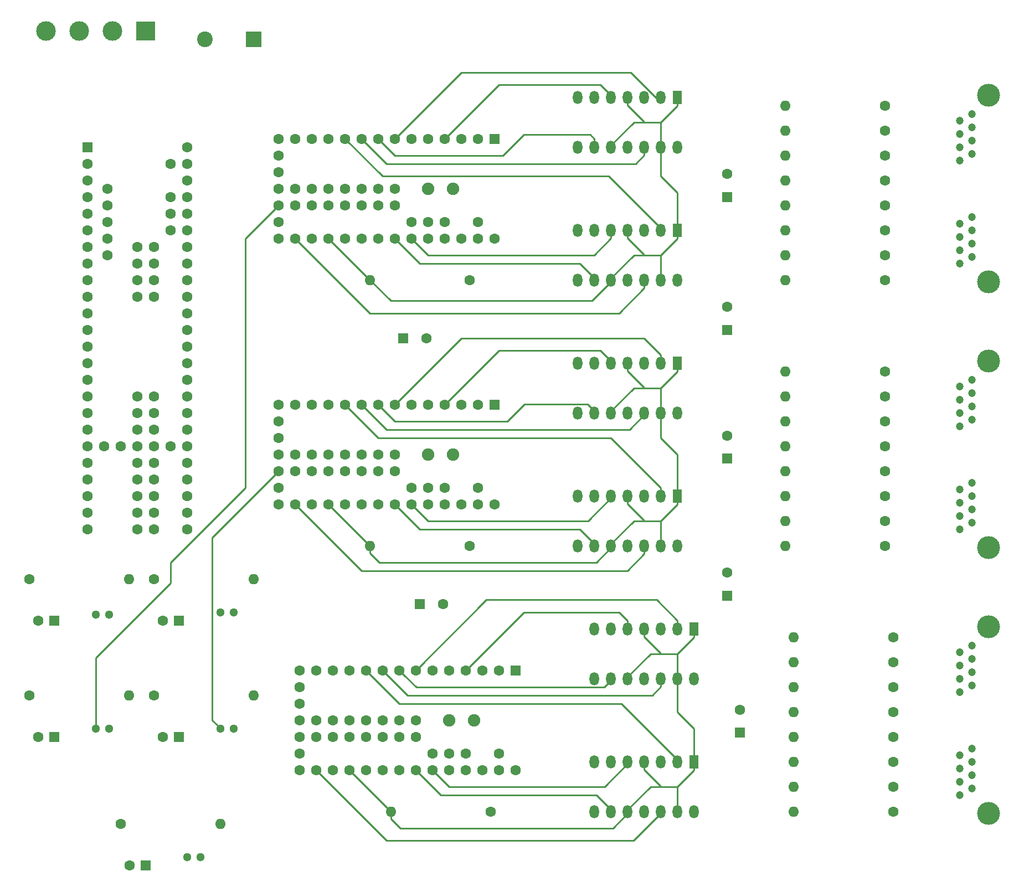
<source format=gbr>
G04 #@! TF.GenerationSoftware,KiCad,Pcbnew,5.1.3-ffb9f22~84~ubuntu18.04.1*
G04 #@! TF.CreationDate,2019-08-01T16:23:33-04:00*
G04 #@! TF.ProjectId,firstPCB,66697273-7450-4434-922e-6b696361645f,rev?*
G04 #@! TF.SameCoordinates,Original*
G04 #@! TF.FileFunction,Copper,L4,Bot*
G04 #@! TF.FilePolarity,Positive*
%FSLAX46Y46*%
G04 Gerber Fmt 4.6, Leading zero omitted, Abs format (unit mm)*
G04 Created by KiCad (PCBNEW 5.1.3-ffb9f22~84~ubuntu18.04.1) date 2019-08-01 16:23:33*
%MOMM*%
%LPD*%
G04 APERTURE LIST*
%ADD10C,1.300000*%
%ADD11C,3.500000*%
%ADD12C,1.200000*%
%ADD13O,1.440000X2.000000*%
%ADD14R,1.440000X2.000000*%
%ADD15C,2.400000*%
%ADD16R,2.400000X2.400000*%
%ADD17C,1.600000*%
%ADD18R,1.600000X1.600000*%
%ADD19C,3.000000*%
%ADD20R,3.000000X3.000000*%
%ADD21O,1.600000X1.600000*%
%ADD22C,1.900000*%
%ADD23C,0.250000*%
G04 APERTURE END LIST*
D10*
X101060000Y-169298401D03*
X99060000Y-169298401D03*
D11*
X235460000Y-171100000D03*
X235460000Y-199640000D03*
D12*
X231140000Y-181100000D03*
X231140000Y-175010000D03*
X232920000Y-176020000D03*
X232920000Y-178050000D03*
X232920000Y-173990000D03*
X232920000Y-180080000D03*
X231140000Y-179070000D03*
X231140000Y-177040000D03*
X232920000Y-195830000D03*
X232920000Y-189740000D03*
X232920000Y-193800000D03*
X232920000Y-191770000D03*
X231140000Y-190760000D03*
X231140000Y-192790000D03*
X231140000Y-194820000D03*
X231140000Y-196850000D03*
D11*
X235460000Y-130460000D03*
X235460000Y-159000000D03*
D12*
X231140000Y-140460000D03*
X231140000Y-134370000D03*
X232920000Y-135380000D03*
X232920000Y-137410000D03*
X232920000Y-133350000D03*
X232920000Y-139440000D03*
X231140000Y-138430000D03*
X231140000Y-136400000D03*
X232920000Y-155190000D03*
X232920000Y-149100000D03*
X232920000Y-153160000D03*
X232920000Y-151130000D03*
X231140000Y-150120000D03*
X231140000Y-152150000D03*
X231140000Y-154180000D03*
X231140000Y-156210000D03*
D11*
X235460000Y-89820000D03*
X235460000Y-118360000D03*
D12*
X231140000Y-99820000D03*
X231140000Y-93730000D03*
X232920000Y-94740000D03*
X232920000Y-96770000D03*
X232920000Y-92710000D03*
X232920000Y-98800000D03*
X231140000Y-97790000D03*
X231140000Y-95760000D03*
X232920000Y-114550000D03*
X232920000Y-108460000D03*
X232920000Y-112520000D03*
X232920000Y-110490000D03*
X231140000Y-109480000D03*
X231140000Y-111510000D03*
X231140000Y-113540000D03*
X231140000Y-115570000D03*
D13*
X172720000Y-118110000D03*
X172720000Y-110490000D03*
X175260000Y-118110000D03*
X175260000Y-110490000D03*
X177800000Y-118110000D03*
X177800000Y-110490000D03*
X180340000Y-118110000D03*
X180340000Y-110490000D03*
X182880000Y-118110000D03*
X182880000Y-110490000D03*
X185420000Y-118110000D03*
X185420000Y-110490000D03*
X187960000Y-118110000D03*
D14*
X187960000Y-110490000D03*
D15*
X115690000Y-81280000D03*
D16*
X123190000Y-81280000D03*
D17*
X90210000Y-170180000D03*
D18*
X92710000Y-170180000D03*
D17*
X152090000Y-167640000D03*
D18*
X148590000Y-167640000D03*
D17*
X149550000Y-127000000D03*
D18*
X146050000Y-127000000D03*
D17*
X195580000Y-101910000D03*
D18*
X195580000Y-105410000D03*
D17*
X195580000Y-162870000D03*
D18*
X195580000Y-166370000D03*
D17*
X195580000Y-122230000D03*
D18*
X195580000Y-125730000D03*
D17*
X197485000Y-183825000D03*
D18*
X197485000Y-187325000D03*
D17*
X195580000Y-141915000D03*
D18*
X195580000Y-145415000D03*
D17*
X109260000Y-170180000D03*
D18*
X111760000Y-170180000D03*
D17*
X90210000Y-187960000D03*
D18*
X92710000Y-187960000D03*
D17*
X109260000Y-187960000D03*
D18*
X111760000Y-187960000D03*
D17*
X104180000Y-207645000D03*
D18*
X106680000Y-207645000D03*
D19*
X91440000Y-80010000D03*
D20*
X106680000Y-80010000D03*
D19*
X96520000Y-80010000D03*
X101600000Y-80010000D03*
D10*
X120110000Y-168910000D03*
X118110000Y-168910000D03*
X101060000Y-186690000D03*
X99060000Y-186690000D03*
X120110000Y-186690000D03*
X118110000Y-186690000D03*
X115030000Y-206375000D03*
X113030000Y-206375000D03*
D21*
X204470000Y-91440000D03*
D17*
X219710000Y-91440000D03*
D21*
X204470000Y-95250000D03*
D17*
X219710000Y-95250000D03*
D21*
X204470000Y-99060000D03*
D17*
X219710000Y-99060000D03*
D21*
X204470000Y-102870000D03*
D17*
X219710000Y-102870000D03*
D21*
X204470000Y-106680000D03*
D17*
X219710000Y-106680000D03*
D21*
X204470000Y-110490000D03*
D17*
X219710000Y-110490000D03*
D21*
X204470000Y-114300000D03*
D17*
X219710000Y-114300000D03*
D21*
X204470000Y-118110000D03*
D17*
X219710000Y-118110000D03*
D21*
X204470000Y-132080000D03*
D17*
X219710000Y-132080000D03*
D21*
X204470000Y-135890000D03*
D17*
X219710000Y-135890000D03*
D21*
X204470000Y-139700000D03*
D17*
X219710000Y-139700000D03*
D21*
X204470000Y-143510000D03*
D17*
X219710000Y-143510000D03*
D21*
X204470000Y-147320000D03*
D17*
X219710000Y-147320000D03*
D21*
X204470000Y-151130000D03*
D17*
X219710000Y-151130000D03*
D21*
X204470000Y-154940000D03*
D17*
X219710000Y-154940000D03*
D21*
X204470000Y-158750000D03*
D17*
X219710000Y-158750000D03*
D21*
X205740000Y-172720000D03*
D17*
X220980000Y-172720000D03*
D21*
X205740000Y-176530000D03*
D17*
X220980000Y-176530000D03*
D21*
X205740000Y-180340000D03*
D17*
X220980000Y-180340000D03*
D21*
X205740000Y-184150000D03*
D17*
X220980000Y-184150000D03*
D21*
X205740000Y-187960000D03*
D17*
X220980000Y-187960000D03*
D21*
X205740000Y-191770000D03*
D17*
X220980000Y-191770000D03*
D21*
X205740000Y-195580000D03*
D17*
X220980000Y-195580000D03*
D21*
X205740000Y-199390000D03*
D17*
X220980000Y-199390000D03*
D21*
X144145000Y-199390000D03*
D17*
X159385000Y-199390000D03*
D21*
X140970000Y-158750000D03*
D17*
X156210000Y-158750000D03*
D21*
X140970000Y-118110000D03*
D17*
X156210000Y-118110000D03*
D21*
X104140000Y-163830000D03*
D17*
X88900000Y-163830000D03*
D21*
X123190000Y-163830000D03*
D17*
X107950000Y-163830000D03*
D21*
X104140000Y-181610000D03*
D17*
X88900000Y-181610000D03*
D21*
X123190000Y-181610000D03*
D17*
X107950000Y-181610000D03*
D21*
X118110000Y-201295000D03*
D17*
X102870000Y-201295000D03*
X97790000Y-138430000D03*
X97790000Y-140970000D03*
X97790000Y-143510000D03*
X97790000Y-146050000D03*
X97790000Y-135890000D03*
X97790000Y-133350000D03*
X97790000Y-130810000D03*
X97790000Y-148590000D03*
X97790000Y-151130000D03*
X97790000Y-153670000D03*
X97790000Y-156210000D03*
X100330000Y-143510000D03*
X102870000Y-143510000D03*
X105410000Y-143510000D03*
X107950000Y-143510000D03*
X110490000Y-143510000D03*
X113030000Y-156210000D03*
X113030000Y-153670000D03*
X113030000Y-151130000D03*
X113030000Y-148590000D03*
X113030000Y-146050000D03*
X113030000Y-143510000D03*
X113030000Y-140970000D03*
X113030000Y-138430000D03*
X97790000Y-128270000D03*
X97790000Y-125730000D03*
X97790000Y-123190000D03*
X97790000Y-120650000D03*
X97790000Y-118110000D03*
X97790000Y-115570000D03*
X97790000Y-113030000D03*
X97790000Y-110490000D03*
X97790000Y-107950000D03*
X97790000Y-105410000D03*
X97790000Y-102870000D03*
X97790000Y-100330000D03*
D18*
X97790000Y-97790000D03*
D17*
X113030000Y-135890000D03*
X113030000Y-133350000D03*
X113030000Y-130810000D03*
X113030000Y-128270000D03*
X113030000Y-125730000D03*
X113030000Y-123190000D03*
X113030000Y-120650000D03*
X113030000Y-118110000D03*
X113030000Y-115570000D03*
X113030000Y-113030000D03*
X113030000Y-110490000D03*
X113030000Y-107950000D03*
X113030000Y-105410000D03*
X113030000Y-102870000D03*
X113030000Y-100330000D03*
X113030000Y-97790000D03*
X110490000Y-100330000D03*
X110490000Y-105410000D03*
X110490000Y-107950000D03*
X110490000Y-110490000D03*
X105410000Y-113030000D03*
X105410000Y-115570000D03*
X105410000Y-118110000D03*
X105410000Y-120650000D03*
X105410000Y-135890000D03*
X105410000Y-138430000D03*
X105410000Y-140970000D03*
X105410000Y-146050000D03*
X105410000Y-148590000D03*
X105410000Y-151130000D03*
X105410000Y-153670000D03*
X105410000Y-156210000D03*
X107950000Y-156210000D03*
X107950000Y-153670000D03*
X107950000Y-151130000D03*
X107950000Y-148590000D03*
X107950000Y-146050000D03*
X107950000Y-140970000D03*
X107950000Y-138430000D03*
X107950000Y-135890000D03*
X107950000Y-120650000D03*
X107950000Y-118110000D03*
X107950000Y-115570000D03*
X107950000Y-113030000D03*
X100790000Y-104140000D03*
X100790000Y-106680000D03*
X100790000Y-109220000D03*
X100790000Y-111760000D03*
X100790000Y-114300000D03*
X127000000Y-104140000D03*
X127000000Y-106680000D03*
X127000000Y-109220000D03*
X127000000Y-111760000D03*
X127000000Y-101600000D03*
X127000000Y-99060000D03*
X127000000Y-96520000D03*
X129540000Y-111760000D03*
X132080000Y-111760000D03*
X134620000Y-111760000D03*
X137160000Y-111760000D03*
X139700000Y-111760000D03*
X142240000Y-111760000D03*
X144780000Y-111760000D03*
X147320000Y-111760000D03*
X149860000Y-111760000D03*
X152400000Y-111760000D03*
X154940000Y-111760000D03*
X157480000Y-111760000D03*
X160020000Y-111760000D03*
X157480000Y-109220000D03*
X152400000Y-109220000D03*
X149860000Y-109220000D03*
X147320000Y-109220000D03*
X129540000Y-96520000D03*
X132080000Y-96520000D03*
X134620000Y-96520000D03*
X137160000Y-96520000D03*
X139700000Y-96520000D03*
X142240000Y-96520000D03*
X144780000Y-96520000D03*
X147320000Y-96520000D03*
X149860000Y-96520000D03*
X152400000Y-96520000D03*
X154940000Y-96520000D03*
X157480000Y-96520000D03*
D18*
X160020000Y-96520000D03*
D17*
X144780000Y-104140000D03*
X142240000Y-104140000D03*
X139700000Y-104140000D03*
X137160000Y-104140000D03*
X134620000Y-104140000D03*
X132080000Y-104140000D03*
X129540000Y-104140000D03*
X129540000Y-106680000D03*
X132080000Y-106680000D03*
X134620000Y-106680000D03*
X137160000Y-106680000D03*
X139700000Y-106680000D03*
X142240000Y-106680000D03*
X144780000Y-106680000D03*
D22*
X149860000Y-104140000D03*
X153670000Y-104140000D03*
D17*
X127000000Y-144780000D03*
X127000000Y-147320000D03*
X127000000Y-149860000D03*
X127000000Y-152400000D03*
X127000000Y-142240000D03*
X127000000Y-139700000D03*
X127000000Y-137160000D03*
X129540000Y-152400000D03*
X132080000Y-152400000D03*
X134620000Y-152400000D03*
X137160000Y-152400000D03*
X139700000Y-152400000D03*
X142240000Y-152400000D03*
X144780000Y-152400000D03*
X147320000Y-152400000D03*
X149860000Y-152400000D03*
X152400000Y-152400000D03*
X154940000Y-152400000D03*
X157480000Y-152400000D03*
X160020000Y-152400000D03*
X157480000Y-149860000D03*
X152400000Y-149860000D03*
X149860000Y-149860000D03*
X147320000Y-149860000D03*
X129540000Y-137160000D03*
X132080000Y-137160000D03*
X134620000Y-137160000D03*
X137160000Y-137160000D03*
X139700000Y-137160000D03*
X142240000Y-137160000D03*
X144780000Y-137160000D03*
X147320000Y-137160000D03*
X149860000Y-137160000D03*
X152400000Y-137160000D03*
X154940000Y-137160000D03*
X157480000Y-137160000D03*
D18*
X160020000Y-137160000D03*
D17*
X144780000Y-144780000D03*
X142240000Y-144780000D03*
X139700000Y-144780000D03*
X137160000Y-144780000D03*
X134620000Y-144780000D03*
X132080000Y-144780000D03*
X129540000Y-144780000D03*
X129540000Y-147320000D03*
X132080000Y-147320000D03*
X134620000Y-147320000D03*
X137160000Y-147320000D03*
X139700000Y-147320000D03*
X142240000Y-147320000D03*
X144780000Y-147320000D03*
D22*
X149860000Y-144780000D03*
X153670000Y-144780000D03*
D17*
X130175000Y-185420000D03*
X130175000Y-187960000D03*
X130175000Y-190500000D03*
X130175000Y-193040000D03*
X130175000Y-182880000D03*
X130175000Y-180340000D03*
X130175000Y-177800000D03*
X132715000Y-193040000D03*
X135255000Y-193040000D03*
X137795000Y-193040000D03*
X140335000Y-193040000D03*
X142875000Y-193040000D03*
X145415000Y-193040000D03*
X147955000Y-193040000D03*
X150495000Y-193040000D03*
X153035000Y-193040000D03*
X155575000Y-193040000D03*
X158115000Y-193040000D03*
X160655000Y-193040000D03*
X163195000Y-193040000D03*
X160655000Y-190500000D03*
X155575000Y-190500000D03*
X153035000Y-190500000D03*
X150495000Y-190500000D03*
X132715000Y-177800000D03*
X135255000Y-177800000D03*
X137795000Y-177800000D03*
X140335000Y-177800000D03*
X142875000Y-177800000D03*
X145415000Y-177800000D03*
X147955000Y-177800000D03*
X150495000Y-177800000D03*
X153035000Y-177800000D03*
X155575000Y-177800000D03*
X158115000Y-177800000D03*
X160655000Y-177800000D03*
D18*
X163195000Y-177800000D03*
D17*
X147955000Y-185420000D03*
X145415000Y-185420000D03*
X142875000Y-185420000D03*
X140335000Y-185420000D03*
X137795000Y-185420000D03*
X135255000Y-185420000D03*
X132715000Y-185420000D03*
X132715000Y-187960000D03*
X135255000Y-187960000D03*
X137795000Y-187960000D03*
X140335000Y-187960000D03*
X142875000Y-187960000D03*
X145415000Y-187960000D03*
X147955000Y-187960000D03*
D22*
X153035000Y-185420000D03*
X156845000Y-185420000D03*
D13*
X172720000Y-97790000D03*
X172720000Y-90170000D03*
X175260000Y-97790000D03*
X175260000Y-90170000D03*
X177800000Y-97790000D03*
X177800000Y-90170000D03*
X180340000Y-97790000D03*
X180340000Y-90170000D03*
X182880000Y-97790000D03*
X182880000Y-90170000D03*
X185420000Y-97790000D03*
X185420000Y-90170000D03*
X187960000Y-97790000D03*
D14*
X187960000Y-90170000D03*
D13*
X172720000Y-138430000D03*
X172720000Y-130810000D03*
X175260000Y-138430000D03*
X175260000Y-130810000D03*
X177800000Y-138430000D03*
X177800000Y-130810000D03*
X180340000Y-138430000D03*
X180340000Y-130810000D03*
X182880000Y-138430000D03*
X182880000Y-130810000D03*
X185420000Y-138430000D03*
X185420000Y-130810000D03*
X187960000Y-138430000D03*
D14*
X187960000Y-130810000D03*
D13*
X172720000Y-158750000D03*
X172720000Y-151130000D03*
X175260000Y-158750000D03*
X175260000Y-151130000D03*
X177800000Y-158750000D03*
X177800000Y-151130000D03*
X180340000Y-158750000D03*
X180340000Y-151130000D03*
X182880000Y-158750000D03*
X182880000Y-151130000D03*
X185420000Y-158750000D03*
X185420000Y-151130000D03*
X187960000Y-158750000D03*
D14*
X187960000Y-151130000D03*
D13*
X175260000Y-179070000D03*
X175260000Y-171450000D03*
X177800000Y-179070000D03*
X177800000Y-171450000D03*
X180340000Y-179070000D03*
X180340000Y-171450000D03*
X182880000Y-179070000D03*
X182880000Y-171450000D03*
X185420000Y-179070000D03*
X185420000Y-171450000D03*
X187960000Y-179070000D03*
X187960000Y-171450000D03*
X190500000Y-179070000D03*
D14*
X190500000Y-171450000D03*
D13*
X175260000Y-199390000D03*
X175260000Y-191770000D03*
X177800000Y-199390000D03*
X177800000Y-191770000D03*
X180340000Y-199390000D03*
X180340000Y-191770000D03*
X182880000Y-199390000D03*
X182880000Y-191770000D03*
X185420000Y-199390000D03*
X185420000Y-191770000D03*
X187960000Y-199390000D03*
X187960000Y-191770000D03*
X190500000Y-199390000D03*
D14*
X190500000Y-191770000D03*
D23*
X187960000Y-195580000D02*
X183870000Y-195580000D01*
X182880000Y-193020000D02*
X185420000Y-195560000D01*
X187960000Y-195580000D02*
X187960000Y-199390000D01*
X190500000Y-191770000D02*
X190500000Y-193040000D01*
X182880000Y-191770000D02*
X182880000Y-193020000D01*
X183870000Y-195580000D02*
X180340000Y-199110000D01*
X190500000Y-193040000D02*
X187960000Y-195580000D01*
X180340000Y-199110000D02*
X180340000Y-199390000D01*
X187960000Y-175260000D02*
X183870000Y-175260000D01*
X182880000Y-172700000D02*
X185420000Y-175240000D01*
X187960000Y-175260000D02*
X187960000Y-179070000D01*
X190500000Y-171450000D02*
X190500000Y-172720000D01*
X182880000Y-171450000D02*
X182880000Y-172700000D01*
X183870000Y-175260000D02*
X180340000Y-178790000D01*
X190500000Y-172720000D02*
X187960000Y-175260000D01*
X180340000Y-178790000D02*
X180340000Y-179070000D01*
X185420000Y-154940000D02*
X181330000Y-154940000D01*
X180340000Y-152380000D02*
X182880000Y-154920000D01*
X185420000Y-154940000D02*
X185420000Y-158750000D01*
X187960000Y-151130000D02*
X187960000Y-152400000D01*
X180340000Y-151130000D02*
X180340000Y-152380000D01*
X181330000Y-154940000D02*
X177800000Y-158470000D01*
X187960000Y-152400000D02*
X185420000Y-154940000D01*
X177800000Y-158470000D02*
X177800000Y-158750000D01*
X185420000Y-134620000D02*
X181330000Y-134620000D01*
X180340000Y-132060000D02*
X182880000Y-134600000D01*
X185420000Y-134620000D02*
X185420000Y-138430000D01*
X187960000Y-130810000D02*
X187960000Y-132080000D01*
X180340000Y-130810000D02*
X180340000Y-132060000D01*
X181330000Y-134620000D02*
X177800000Y-138150000D01*
X187960000Y-132080000D02*
X185420000Y-134620000D01*
X177800000Y-138150000D02*
X177800000Y-138430000D01*
X185420000Y-114300000D02*
X181330000Y-114300000D01*
X180340000Y-111740000D02*
X182880000Y-114280000D01*
X185420000Y-114300000D02*
X185420000Y-118110000D01*
X187960000Y-110490000D02*
X187960000Y-111760000D01*
X180340000Y-110490000D02*
X180340000Y-111740000D01*
X181330000Y-114300000D02*
X177800000Y-117830000D01*
X187960000Y-111760000D02*
X185420000Y-114300000D01*
X177800000Y-117830000D02*
X177800000Y-118110000D01*
X187960000Y-179070000D02*
X187960000Y-184150000D01*
X190500000Y-186690000D02*
X190500000Y-191770000D01*
X187960000Y-184150000D02*
X190500000Y-186690000D01*
X137795000Y-193040000D02*
X144145000Y-199390000D01*
X144145000Y-200521370D02*
X145553630Y-201930000D01*
X144145000Y-199390000D02*
X144145000Y-200521370D01*
X178080000Y-201930000D02*
X180340000Y-199670000D01*
X180340000Y-199670000D02*
X180340000Y-199390000D01*
X145553630Y-201930000D02*
X178080000Y-201930000D01*
X185420000Y-138430000D02*
X185420000Y-142240000D01*
X187960000Y-144780000D02*
X187960000Y-151130000D01*
X185420000Y-142240000D02*
X187960000Y-144780000D01*
X134620000Y-152400000D02*
X140970000Y-158750000D01*
X140970000Y-159881370D02*
X142378630Y-161290000D01*
X140970000Y-158750000D02*
X140970000Y-159881370D01*
X177800000Y-159030000D02*
X177800000Y-158750000D01*
X175540000Y-161290000D02*
X177800000Y-159030000D01*
X142378630Y-161290000D02*
X175540000Y-161290000D01*
X187960000Y-90170000D02*
X187960000Y-91440000D01*
X185420000Y-93980000D02*
X185420000Y-97790000D01*
X187960000Y-91440000D02*
X185420000Y-93980000D01*
X177800000Y-97510000D02*
X177800000Y-97790000D01*
X181330000Y-93980000D02*
X177800000Y-97510000D01*
X185420000Y-93980000D02*
X181330000Y-93980000D01*
X180340000Y-91420000D02*
X182880000Y-93960000D01*
X180340000Y-90170000D02*
X180340000Y-91420000D01*
X185420000Y-97790000D02*
X185420000Y-102235000D01*
X187960000Y-104775000D02*
X187960000Y-110490000D01*
X185420000Y-102235000D02*
X187960000Y-104775000D01*
X134620000Y-111760000D02*
X140970000Y-118110000D01*
X177800000Y-118390000D02*
X177800000Y-118110000D01*
X174905000Y-121285000D02*
X177800000Y-118390000D01*
X144145000Y-121285000D02*
X174905000Y-121285000D01*
X140970000Y-118110000D02*
X144145000Y-121285000D01*
X184637867Y-90170000D02*
X180827867Y-86360000D01*
X185420000Y-90170000D02*
X184637867Y-90170000D01*
X154940000Y-86360000D02*
X144780000Y-96520000D01*
X180827867Y-86360000D02*
X154940000Y-86360000D01*
X182880000Y-119360000D02*
X179050000Y-123190000D01*
X182880000Y-118110000D02*
X182880000Y-119360000D01*
X140970000Y-123190000D02*
X129540000Y-111760000D01*
X179050000Y-123190000D02*
X140970000Y-123190000D01*
X185420000Y-110210000D02*
X185420000Y-110490000D01*
X142875000Y-102235000D02*
X177445000Y-102235000D01*
X177445000Y-102235000D02*
X185420000Y-110210000D01*
X137160000Y-96520000D02*
X142875000Y-102235000D01*
X142240000Y-96520000D02*
X144780000Y-99060000D01*
X175260000Y-96540000D02*
X174605000Y-95885000D01*
X175260000Y-97790000D02*
X175260000Y-96540000D01*
X174605000Y-95885000D02*
X164465000Y-95885000D01*
X164465000Y-95885000D02*
X161290000Y-99060000D01*
X144780000Y-99060000D02*
X161290000Y-99060000D01*
X182880000Y-99040000D02*
X181590000Y-100330000D01*
X182880000Y-97790000D02*
X182880000Y-99040000D01*
X143510000Y-100330000D02*
X139700000Y-96520000D01*
X181590000Y-100330000D02*
X143510000Y-100330000D01*
X175260000Y-117830000D02*
X173000000Y-115570000D01*
X175260000Y-118110000D02*
X175260000Y-117830000D01*
X148590000Y-115570000D02*
X144780000Y-111760000D01*
X173000000Y-115570000D02*
X148590000Y-115570000D01*
X177800000Y-111740000D02*
X175240000Y-114300000D01*
X177800000Y-110490000D02*
X177800000Y-111740000D01*
X149860000Y-114300000D02*
X147320000Y-111760000D01*
X175240000Y-114300000D02*
X149860000Y-114300000D01*
X177800000Y-89890000D02*
X176175000Y-88265000D01*
X177800000Y-90170000D02*
X177800000Y-89890000D01*
X160655000Y-88265000D02*
X152400000Y-96520000D01*
X176175000Y-88265000D02*
X160655000Y-88265000D01*
X177800000Y-130530000D02*
X176175000Y-128905000D01*
X177800000Y-130810000D02*
X177800000Y-130530000D01*
X160655000Y-128905000D02*
X152400000Y-137160000D01*
X176175000Y-128905000D02*
X160655000Y-128905000D01*
X177800000Y-151410000D02*
X174270000Y-154940000D01*
X177800000Y-151130000D02*
X177800000Y-151410000D01*
X149860000Y-154940000D02*
X147320000Y-152400000D01*
X174270000Y-154940000D02*
X149860000Y-154940000D01*
X175260000Y-158470000D02*
X173000000Y-156210000D01*
X175260000Y-158750000D02*
X175260000Y-158470000D01*
X148590000Y-156210000D02*
X144780000Y-152400000D01*
X173000000Y-156210000D02*
X148590000Y-156210000D01*
X182880000Y-138710000D02*
X180620000Y-140970000D01*
X182880000Y-138430000D02*
X182880000Y-138710000D01*
X143510000Y-140970000D02*
X139700000Y-137160000D01*
X180620000Y-140970000D02*
X143510000Y-140970000D01*
X174214990Y-137104990D02*
X164520010Y-137104990D01*
X175260000Y-138430000D02*
X175260000Y-138150000D01*
X175260000Y-138150000D02*
X174214990Y-137104990D01*
X164520010Y-137104990D02*
X161925000Y-139700000D01*
X144780000Y-139700000D02*
X142240000Y-137160000D01*
X161925000Y-139700000D02*
X144780000Y-139700000D01*
X185420000Y-149880000D02*
X177780000Y-142240000D01*
X185420000Y-151130000D02*
X185420000Y-149880000D01*
X142240000Y-142240000D02*
X137160000Y-137160000D01*
X177780000Y-142240000D02*
X142240000Y-142240000D01*
X182880000Y-160000000D02*
X180320000Y-162560000D01*
X182880000Y-158750000D02*
X182880000Y-160000000D01*
X139700000Y-162560000D02*
X129540000Y-152400000D01*
X180320000Y-162560000D02*
X139700000Y-162560000D01*
X185420000Y-129560000D02*
X182860000Y-127000000D01*
X185420000Y-130810000D02*
X185420000Y-129560000D01*
X154940000Y-127000000D02*
X144780000Y-137160000D01*
X182860000Y-127000000D02*
X154940000Y-127000000D01*
X187960000Y-170200000D02*
X184765000Y-167005000D01*
X187960000Y-171450000D02*
X187960000Y-170200000D01*
X158750000Y-167005000D02*
X147955000Y-177800000D01*
X184765000Y-167005000D02*
X158750000Y-167005000D01*
X185420000Y-199670000D02*
X181255000Y-203835000D01*
X185420000Y-199390000D02*
X185420000Y-199670000D01*
X143510000Y-203835000D02*
X132715000Y-193040000D01*
X181255000Y-203835000D02*
X143510000Y-203835000D01*
X187960000Y-191490000D02*
X179350000Y-182880000D01*
X187960000Y-191770000D02*
X187960000Y-191490000D01*
X145415000Y-182880000D02*
X140335000Y-177800000D01*
X179350000Y-182880000D02*
X145415000Y-182880000D01*
X148010010Y-180395010D02*
X146214999Y-178599999D01*
X176754990Y-180395010D02*
X148010010Y-180395010D01*
X177800000Y-179350000D02*
X176754990Y-180395010D01*
X146214999Y-178599999D02*
X145415000Y-177800000D01*
X177800000Y-179070000D02*
X177800000Y-179350000D01*
X185420000Y-180320000D02*
X184130000Y-181610000D01*
X185420000Y-179070000D02*
X185420000Y-180320000D01*
X146685000Y-181610000D02*
X142875000Y-177800000D01*
X184130000Y-181610000D02*
X146685000Y-181610000D01*
X147955000Y-193040000D02*
X151765000Y-196850000D01*
X177800000Y-199110000D02*
X177800000Y-199390000D01*
X175540000Y-196850000D02*
X177800000Y-199110000D01*
X151765000Y-196850000D02*
X175540000Y-196850000D01*
X180340000Y-192050000D02*
X176810000Y-195580000D01*
X180340000Y-191770000D02*
X180340000Y-192050000D01*
X153035000Y-195580000D02*
X150495000Y-193040000D01*
X176810000Y-195580000D02*
X153035000Y-195580000D01*
X180340000Y-170200000D02*
X179050000Y-168910000D01*
X180340000Y-171450000D02*
X180340000Y-170200000D01*
X164465000Y-168910000D02*
X155575000Y-177800000D01*
X179050000Y-168910000D02*
X164465000Y-168910000D01*
X121920000Y-111760000D02*
X121920000Y-149860000D01*
X127000000Y-106680000D02*
X121920000Y-111760000D01*
X121920000Y-149860000D02*
X110490000Y-161290000D01*
X110490000Y-161290000D02*
X110490000Y-164465000D01*
X99060000Y-175895000D02*
X99060000Y-186690000D01*
X110490000Y-164465000D02*
X99060000Y-175895000D01*
X117460001Y-186040001D02*
X118110000Y-186690000D01*
X116840000Y-185420000D02*
X117460001Y-186040001D01*
X116840000Y-157480000D02*
X116840000Y-185420000D01*
X127000000Y-147320000D02*
X116840000Y-157480000D01*
M02*

</source>
